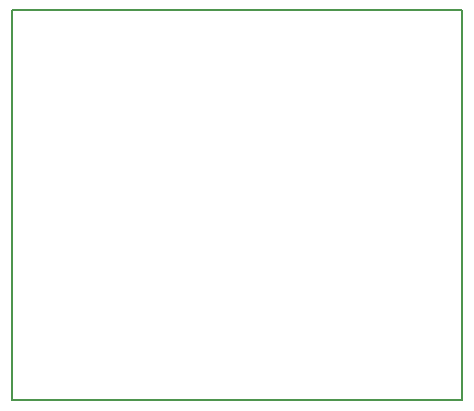
<source format=gbr>
G04 #@! TF.GenerationSoftware,KiCad,Pcbnew,(5.0.0-3-g5ebb6b6)*
G04 #@! TF.CreationDate,2018-12-29T11:49:17+00:00*
G04 #@! TF.ProjectId,BinaryBagelBoard,42696E617279426167656C426F617264,rev?*
G04 #@! TF.SameCoordinates,Original*
G04 #@! TF.FileFunction,Profile,NP*
%FSLAX46Y46*%
G04 Gerber Fmt 4.6, Leading zero omitted, Abs format (unit mm)*
G04 Created by KiCad (PCBNEW (5.0.0-3-g5ebb6b6)) date Saturday, 29 December 2018 at 11:49:17*
%MOMM*%
%LPD*%
G01*
G04 APERTURE LIST*
%ADD10C,0.150000*%
G04 APERTURE END LIST*
D10*
X132080000Y-45720000D02*
X93980000Y-45720000D01*
X132080000Y-78740000D02*
X132080000Y-45720000D01*
X93980000Y-78740000D02*
X132080000Y-78740000D01*
X93980000Y-45720000D02*
X93980000Y-78740000D01*
M02*

</source>
